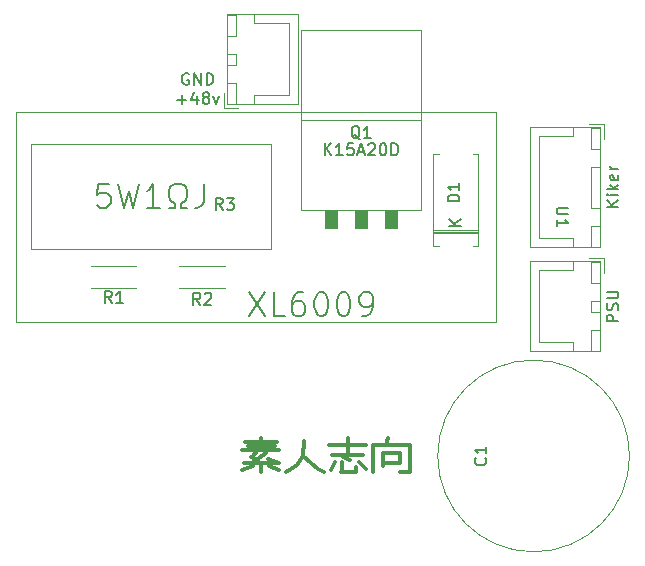
<source format=gbr>
%TF.GenerationSoftware,KiCad,Pcbnew,(6.0.5)*%
%TF.CreationDate,2023-02-27T23:38:10+09:00*%
%TF.ProjectId,Kiker_PSU,4b696b65-725f-4505-9355-2e6b69636164,rev?*%
%TF.SameCoordinates,Original*%
%TF.FileFunction,Legend,Top*%
%TF.FilePolarity,Positive*%
%FSLAX46Y46*%
G04 Gerber Fmt 4.6, Leading zero omitted, Abs format (unit mm)*
G04 Created by KiCad (PCBNEW (6.0.5)) date 2023-02-27 23:38:10*
%MOMM*%
%LPD*%
G01*
G04 APERTURE LIST*
%ADD10C,0.300000*%
%ADD11C,0.150000*%
%ADD12C,0.120000*%
G04 APERTURE END LIST*
D10*
X132414238Y-107977952D02*
X135152333Y-107977952D01*
X132652333Y-108335095D02*
X134914238Y-108335095D01*
X132176142Y-108692238D02*
X135271380Y-108692238D01*
X132295190Y-109763666D02*
X135033285Y-109763666D01*
X133723761Y-107620809D02*
X133723761Y-108692238D01*
X133723761Y-109763666D02*
X133723761Y-110477952D01*
X134199952Y-108930333D02*
X133009476Y-109763666D01*
X133485666Y-108692238D02*
X133009476Y-109287476D01*
X134319000Y-109406523D02*
X135271380Y-109763666D01*
X134438047Y-110001761D02*
X135271380Y-110358904D01*
X132890428Y-109287476D02*
X133485666Y-109525571D01*
X133128523Y-110001761D02*
X132176142Y-110358904D01*
X137414238Y-107858904D02*
X137295190Y-109168428D01*
X136819000Y-109882714D01*
X136342809Y-110239857D01*
X135866619Y-110477952D01*
X137295190Y-109168428D02*
X138009476Y-109763666D01*
X138604714Y-110239857D01*
X139080904Y-110477952D01*
X139557095Y-108216047D02*
X142652333Y-108216047D01*
X139795190Y-109049380D02*
X142414238Y-109049380D01*
X140509476Y-110477952D02*
X141819000Y-110477952D01*
X140628523Y-109644619D02*
X140628523Y-110477952D01*
X141104714Y-107620809D02*
X141104714Y-108930333D01*
X140747571Y-109287476D02*
X141342809Y-109525571D01*
X142057095Y-109644619D02*
X142652333Y-110239857D01*
X141819000Y-110120809D02*
X141819000Y-110477952D01*
X140033285Y-109644619D02*
X139676142Y-110358904D01*
X144080904Y-109763666D02*
X145509476Y-109763666D01*
X145509476Y-110477952D02*
X146342809Y-110477952D01*
X143247571Y-108216047D02*
X143247571Y-110477952D01*
X144080904Y-108930333D02*
X144080904Y-110001761D01*
X144080904Y-108930333D02*
X145509476Y-108930333D01*
X145509476Y-109763666D01*
X143247571Y-108216047D02*
X146342809Y-108216047D01*
X146342809Y-110477952D01*
X144557095Y-107620809D02*
X144319000Y-108216047D01*
D11*
X127635095Y-76800000D02*
X127539857Y-76752380D01*
X127397000Y-76752380D01*
X127254142Y-76800000D01*
X127158904Y-76895238D01*
X127111285Y-76990476D01*
X127063666Y-77180952D01*
X127063666Y-77323809D01*
X127111285Y-77514285D01*
X127158904Y-77609523D01*
X127254142Y-77704761D01*
X127397000Y-77752380D01*
X127492238Y-77752380D01*
X127635095Y-77704761D01*
X127682714Y-77657142D01*
X127682714Y-77323809D01*
X127492238Y-77323809D01*
X128111285Y-77752380D02*
X128111285Y-76752380D01*
X128682714Y-77752380D01*
X128682714Y-76752380D01*
X129158904Y-77752380D02*
X129158904Y-76752380D01*
X129397000Y-76752380D01*
X129539857Y-76800000D01*
X129635095Y-76895238D01*
X129682714Y-76990476D01*
X129730333Y-77180952D01*
X129730333Y-77323809D01*
X129682714Y-77514285D01*
X129635095Y-77609523D01*
X129539857Y-77704761D01*
X129397000Y-77752380D01*
X129158904Y-77752380D01*
X126682714Y-78981428D02*
X127444619Y-78981428D01*
X127063666Y-79362380D02*
X127063666Y-78600476D01*
X128349380Y-78695714D02*
X128349380Y-79362380D01*
X128111285Y-78314761D02*
X127873190Y-79029047D01*
X128492238Y-79029047D01*
X129016047Y-78790952D02*
X128920809Y-78743333D01*
X128873190Y-78695714D01*
X128825571Y-78600476D01*
X128825571Y-78552857D01*
X128873190Y-78457619D01*
X128920809Y-78410000D01*
X129016047Y-78362380D01*
X129206523Y-78362380D01*
X129301761Y-78410000D01*
X129349380Y-78457619D01*
X129397000Y-78552857D01*
X129397000Y-78600476D01*
X129349380Y-78695714D01*
X129301761Y-78743333D01*
X129206523Y-78790952D01*
X129016047Y-78790952D01*
X128920809Y-78838571D01*
X128873190Y-78886190D01*
X128825571Y-78981428D01*
X128825571Y-79171904D01*
X128873190Y-79267142D01*
X128920809Y-79314761D01*
X129016047Y-79362380D01*
X129206523Y-79362380D01*
X129301761Y-79314761D01*
X129349380Y-79267142D01*
X129397000Y-79171904D01*
X129397000Y-78981428D01*
X129349380Y-78886190D01*
X129301761Y-78838571D01*
X129206523Y-78790952D01*
X129730333Y-78695714D02*
X129968428Y-79362380D01*
X130206523Y-78695714D01*
%TO.C,D1*%
X150566380Y-87606095D02*
X149566380Y-87606095D01*
X149566380Y-87368000D01*
X149614000Y-87225142D01*
X149709238Y-87129904D01*
X149804476Y-87082285D01*
X149994952Y-87034666D01*
X150137809Y-87034666D01*
X150328285Y-87082285D01*
X150423523Y-87129904D01*
X150518761Y-87225142D01*
X150566380Y-87368000D01*
X150566380Y-87606095D01*
X150566380Y-86082285D02*
X150566380Y-86653714D01*
X150566380Y-86368000D02*
X149566380Y-86368000D01*
X149709238Y-86463238D01*
X149804476Y-86558476D01*
X149852095Y-86653714D01*
X150693380Y-89669904D02*
X149693380Y-89669904D01*
X150693380Y-89098476D02*
X150121952Y-89527047D01*
X149693380Y-89098476D02*
X150264809Y-89669904D01*
%TO.C,R3*%
X130516333Y-88336380D02*
X130183000Y-87860190D01*
X129944904Y-88336380D02*
X129944904Y-87336380D01*
X130325857Y-87336380D01*
X130421095Y-87384000D01*
X130468714Y-87431619D01*
X130516333Y-87526857D01*
X130516333Y-87669714D01*
X130468714Y-87764952D01*
X130421095Y-87812571D01*
X130325857Y-87860190D01*
X129944904Y-87860190D01*
X130849666Y-87336380D02*
X131468714Y-87336380D01*
X131135380Y-87717333D01*
X131278238Y-87717333D01*
X131373476Y-87764952D01*
X131421095Y-87812571D01*
X131468714Y-87907809D01*
X131468714Y-88145904D01*
X131421095Y-88241142D01*
X131373476Y-88288761D01*
X131278238Y-88336380D01*
X130992523Y-88336380D01*
X130897285Y-88288761D01*
X130849666Y-88241142D01*
X120936190Y-86122261D02*
X119983809Y-86122261D01*
X119888571Y-87074642D01*
X119983809Y-86979404D01*
X120174285Y-86884166D01*
X120650476Y-86884166D01*
X120840952Y-86979404D01*
X120936190Y-87074642D01*
X121031428Y-87265119D01*
X121031428Y-87741309D01*
X120936190Y-87931785D01*
X120840952Y-88027023D01*
X120650476Y-88122261D01*
X120174285Y-88122261D01*
X119983809Y-88027023D01*
X119888571Y-87931785D01*
X121698095Y-86122261D02*
X122174285Y-88122261D01*
X122555238Y-86693690D01*
X122936190Y-88122261D01*
X123412380Y-86122261D01*
X125221904Y-88122261D02*
X124079047Y-88122261D01*
X124650476Y-88122261D02*
X124650476Y-86122261D01*
X124460000Y-86407976D01*
X124269523Y-86598452D01*
X124079047Y-86693690D01*
X125983809Y-88122261D02*
X126460000Y-88122261D01*
X126460000Y-87741309D01*
X126269523Y-87646071D01*
X126079047Y-87455595D01*
X125983809Y-87169880D01*
X125983809Y-86693690D01*
X126079047Y-86407976D01*
X126269523Y-86217500D01*
X126555238Y-86122261D01*
X126936190Y-86122261D01*
X127221904Y-86217500D01*
X127412380Y-86407976D01*
X127507619Y-86693690D01*
X127507619Y-87169880D01*
X127412380Y-87455595D01*
X127221904Y-87646071D01*
X127031428Y-87741309D01*
X127031428Y-88122261D01*
X127507619Y-88122261D01*
X128936190Y-86122261D02*
X128936190Y-87550833D01*
X128840952Y-87836547D01*
X128650476Y-88027023D01*
X128364761Y-88122261D01*
X128174285Y-88122261D01*
%TO.C,U1*%
X159797619Y-88138095D02*
X158988095Y-88138095D01*
X158892857Y-88185714D01*
X158845238Y-88233333D01*
X158797619Y-88328571D01*
X158797619Y-88519047D01*
X158845238Y-88614285D01*
X158892857Y-88661904D01*
X158988095Y-88709523D01*
X159797619Y-88709523D01*
X158797619Y-89709523D02*
X158797619Y-89138095D01*
X158797619Y-89423809D02*
X159797619Y-89423809D01*
X159654761Y-89328571D01*
X159559523Y-89233333D01*
X159511904Y-89138095D01*
X132763285Y-95297761D02*
X134096619Y-97297761D01*
X134096619Y-95297761D02*
X132763285Y-97297761D01*
X135810904Y-97297761D02*
X134858523Y-97297761D01*
X134858523Y-95297761D01*
X137334714Y-95297761D02*
X136953761Y-95297761D01*
X136763285Y-95393000D01*
X136668047Y-95488238D01*
X136477571Y-95773952D01*
X136382333Y-96154904D01*
X136382333Y-96916809D01*
X136477571Y-97107285D01*
X136572809Y-97202523D01*
X136763285Y-97297761D01*
X137144238Y-97297761D01*
X137334714Y-97202523D01*
X137429952Y-97107285D01*
X137525190Y-96916809D01*
X137525190Y-96440619D01*
X137429952Y-96250142D01*
X137334714Y-96154904D01*
X137144238Y-96059666D01*
X136763285Y-96059666D01*
X136572809Y-96154904D01*
X136477571Y-96250142D01*
X136382333Y-96440619D01*
X138763285Y-95297761D02*
X138953761Y-95297761D01*
X139144238Y-95393000D01*
X139239476Y-95488238D01*
X139334714Y-95678714D01*
X139429952Y-96059666D01*
X139429952Y-96535857D01*
X139334714Y-96916809D01*
X139239476Y-97107285D01*
X139144238Y-97202523D01*
X138953761Y-97297761D01*
X138763285Y-97297761D01*
X138572809Y-97202523D01*
X138477571Y-97107285D01*
X138382333Y-96916809D01*
X138287095Y-96535857D01*
X138287095Y-96059666D01*
X138382333Y-95678714D01*
X138477571Y-95488238D01*
X138572809Y-95393000D01*
X138763285Y-95297761D01*
X140668047Y-95297761D02*
X140858523Y-95297761D01*
X141049000Y-95393000D01*
X141144238Y-95488238D01*
X141239476Y-95678714D01*
X141334714Y-96059666D01*
X141334714Y-96535857D01*
X141239476Y-96916809D01*
X141144238Y-97107285D01*
X141049000Y-97202523D01*
X140858523Y-97297761D01*
X140668047Y-97297761D01*
X140477571Y-97202523D01*
X140382333Y-97107285D01*
X140287095Y-96916809D01*
X140191857Y-96535857D01*
X140191857Y-96059666D01*
X140287095Y-95678714D01*
X140382333Y-95488238D01*
X140477571Y-95393000D01*
X140668047Y-95297761D01*
X142287095Y-97297761D02*
X142668047Y-97297761D01*
X142858523Y-97202523D01*
X142953761Y-97107285D01*
X143144238Y-96821571D01*
X143239476Y-96440619D01*
X143239476Y-95678714D01*
X143144238Y-95488238D01*
X143049000Y-95393000D01*
X142858523Y-95297761D01*
X142477571Y-95297761D01*
X142287095Y-95393000D01*
X142191857Y-95488238D01*
X142096619Y-95678714D01*
X142096619Y-96154904D01*
X142191857Y-96345380D01*
X142287095Y-96440619D01*
X142477571Y-96535857D01*
X142858523Y-96535857D01*
X143049000Y-96440619D01*
X143144238Y-96345380D01*
X143239476Y-96154904D01*
%TO.C,C1*%
X152757142Y-109319666D02*
X152804761Y-109367285D01*
X152852380Y-109510142D01*
X152852380Y-109605380D01*
X152804761Y-109748238D01*
X152709523Y-109843476D01*
X152614285Y-109891095D01*
X152423809Y-109938714D01*
X152280952Y-109938714D01*
X152090476Y-109891095D01*
X151995238Y-109843476D01*
X151900000Y-109748238D01*
X151852380Y-109605380D01*
X151852380Y-109510142D01*
X151900000Y-109367285D01*
X151947619Y-109319666D01*
X152852380Y-108367285D02*
X152852380Y-108938714D01*
X152852380Y-108653000D02*
X151852380Y-108653000D01*
X151995238Y-108748238D01*
X152090476Y-108843476D01*
X152138095Y-108938714D01*
%TO.C,Kiker*%
X164022380Y-88042857D02*
X163022380Y-88042857D01*
X164022380Y-87471428D02*
X163450952Y-87900000D01*
X163022380Y-87471428D02*
X163593809Y-88042857D01*
X164022380Y-87042857D02*
X163355714Y-87042857D01*
X163022380Y-87042857D02*
X163070000Y-87090476D01*
X163117619Y-87042857D01*
X163070000Y-86995238D01*
X163022380Y-87042857D01*
X163117619Y-87042857D01*
X164022380Y-86566666D02*
X163022380Y-86566666D01*
X163641428Y-86471428D02*
X164022380Y-86185714D01*
X163355714Y-86185714D02*
X163736666Y-86566666D01*
X163974761Y-85376190D02*
X164022380Y-85471428D01*
X164022380Y-85661904D01*
X163974761Y-85757142D01*
X163879523Y-85804761D01*
X163498571Y-85804761D01*
X163403333Y-85757142D01*
X163355714Y-85661904D01*
X163355714Y-85471428D01*
X163403333Y-85376190D01*
X163498571Y-85328571D01*
X163593809Y-85328571D01*
X163689047Y-85804761D01*
X164022380Y-84900000D02*
X163355714Y-84900000D01*
X163546190Y-84900000D02*
X163450952Y-84852380D01*
X163403333Y-84804761D01*
X163355714Y-84709523D01*
X163355714Y-84614285D01*
%TO.C,R1*%
X121123333Y-96210380D02*
X120790000Y-95734190D01*
X120551904Y-96210380D02*
X120551904Y-95210380D01*
X120932857Y-95210380D01*
X121028095Y-95258000D01*
X121075714Y-95305619D01*
X121123333Y-95400857D01*
X121123333Y-95543714D01*
X121075714Y-95638952D01*
X121028095Y-95686571D01*
X120932857Y-95734190D01*
X120551904Y-95734190D01*
X122075714Y-96210380D02*
X121504285Y-96210380D01*
X121790000Y-96210380D02*
X121790000Y-95210380D01*
X121694761Y-95353238D01*
X121599523Y-95448476D01*
X121504285Y-95496095D01*
%TO.C,R2*%
X128611333Y-96352380D02*
X128278000Y-95876190D01*
X128039904Y-96352380D02*
X128039904Y-95352380D01*
X128420857Y-95352380D01*
X128516095Y-95400000D01*
X128563714Y-95447619D01*
X128611333Y-95542857D01*
X128611333Y-95685714D01*
X128563714Y-95780952D01*
X128516095Y-95828571D01*
X128420857Y-95876190D01*
X128039904Y-95876190D01*
X128992285Y-95447619D02*
X129039904Y-95400000D01*
X129135142Y-95352380D01*
X129373238Y-95352380D01*
X129468476Y-95400000D01*
X129516095Y-95447619D01*
X129563714Y-95542857D01*
X129563714Y-95638095D01*
X129516095Y-95780952D01*
X128944666Y-96352380D01*
X129563714Y-96352380D01*
%TO.C,Q1*%
X142144761Y-82335619D02*
X142049523Y-82288000D01*
X141954285Y-82192761D01*
X141811428Y-82049904D01*
X141716190Y-82002285D01*
X141620952Y-82002285D01*
X141668571Y-82240380D02*
X141573333Y-82192761D01*
X141478095Y-82097523D01*
X141430476Y-81907047D01*
X141430476Y-81573714D01*
X141478095Y-81383238D01*
X141573333Y-81288000D01*
X141668571Y-81240380D01*
X141859047Y-81240380D01*
X141954285Y-81288000D01*
X142049523Y-81383238D01*
X142097142Y-81573714D01*
X142097142Y-81907047D01*
X142049523Y-82097523D01*
X141954285Y-82192761D01*
X141859047Y-82240380D01*
X141668571Y-82240380D01*
X143049523Y-82240380D02*
X142478095Y-82240380D01*
X142763809Y-82240380D02*
X142763809Y-81240380D01*
X142668571Y-81383238D01*
X142573333Y-81478476D01*
X142478095Y-81526095D01*
X139144761Y-83693380D02*
X139144761Y-82693380D01*
X139716190Y-83693380D02*
X139287619Y-83121952D01*
X139716190Y-82693380D02*
X139144761Y-83264809D01*
X140668571Y-83693380D02*
X140097142Y-83693380D01*
X140382857Y-83693380D02*
X140382857Y-82693380D01*
X140287619Y-82836238D01*
X140192380Y-82931476D01*
X140097142Y-82979095D01*
X141573333Y-82693380D02*
X141097142Y-82693380D01*
X141049523Y-83169571D01*
X141097142Y-83121952D01*
X141192380Y-83074333D01*
X141430476Y-83074333D01*
X141525714Y-83121952D01*
X141573333Y-83169571D01*
X141620952Y-83264809D01*
X141620952Y-83502904D01*
X141573333Y-83598142D01*
X141525714Y-83645761D01*
X141430476Y-83693380D01*
X141192380Y-83693380D01*
X141097142Y-83645761D01*
X141049523Y-83598142D01*
X142001904Y-83407666D02*
X142478095Y-83407666D01*
X141906666Y-83693380D02*
X142240000Y-82693380D01*
X142573333Y-83693380D01*
X142859047Y-82788619D02*
X142906666Y-82741000D01*
X143001904Y-82693380D01*
X143240000Y-82693380D01*
X143335238Y-82741000D01*
X143382857Y-82788619D01*
X143430476Y-82883857D01*
X143430476Y-82979095D01*
X143382857Y-83121952D01*
X142811428Y-83693380D01*
X143430476Y-83693380D01*
X144049523Y-82693380D02*
X144144761Y-82693380D01*
X144240000Y-82741000D01*
X144287619Y-82788619D01*
X144335238Y-82883857D01*
X144382857Y-83074333D01*
X144382857Y-83312428D01*
X144335238Y-83502904D01*
X144287619Y-83598142D01*
X144240000Y-83645761D01*
X144144761Y-83693380D01*
X144049523Y-83693380D01*
X143954285Y-83645761D01*
X143906666Y-83598142D01*
X143859047Y-83502904D01*
X143811428Y-83312428D01*
X143811428Y-83074333D01*
X143859047Y-82883857D01*
X143906666Y-82788619D01*
X143954285Y-82741000D01*
X144049523Y-82693380D01*
X144811428Y-83693380D02*
X144811428Y-82693380D01*
X145049523Y-82693380D01*
X145192380Y-82741000D01*
X145287619Y-82836238D01*
X145335238Y-82931476D01*
X145382857Y-83121952D01*
X145382857Y-83264809D01*
X145335238Y-83455285D01*
X145287619Y-83550523D01*
X145192380Y-83645761D01*
X145049523Y-83693380D01*
X144811428Y-83693380D01*
%TO.C,PSU*%
X164022380Y-97761904D02*
X163022380Y-97761904D01*
X163022380Y-97380952D01*
X163070000Y-97285714D01*
X163117619Y-97238095D01*
X163212857Y-97190476D01*
X163355714Y-97190476D01*
X163450952Y-97238095D01*
X163498571Y-97285714D01*
X163546190Y-97380952D01*
X163546190Y-97761904D01*
X163974761Y-96809523D02*
X164022380Y-96666666D01*
X164022380Y-96428571D01*
X163974761Y-96333333D01*
X163927142Y-96285714D01*
X163831904Y-96238095D01*
X163736666Y-96238095D01*
X163641428Y-96285714D01*
X163593809Y-96333333D01*
X163546190Y-96428571D01*
X163498571Y-96619047D01*
X163450952Y-96714285D01*
X163403333Y-96761904D01*
X163308095Y-96809523D01*
X163212857Y-96809523D01*
X163117619Y-96761904D01*
X163070000Y-96714285D01*
X163022380Y-96619047D01*
X163022380Y-96380952D01*
X163070000Y-96238095D01*
X163022380Y-95809523D02*
X163831904Y-95809523D01*
X163927142Y-95761904D01*
X163974761Y-95714285D01*
X164022380Y-95619047D01*
X164022380Y-95428571D01*
X163974761Y-95333333D01*
X163927142Y-95285714D01*
X163831904Y-95238095D01*
X163022380Y-95238095D01*
D12*
%TO.C,D1*%
X148321000Y-90283000D02*
X152161000Y-90283000D01*
X148321000Y-90163000D02*
X152161000Y-90163000D01*
X148321000Y-91423000D02*
X148321000Y-83583000D01*
X152161000Y-91423000D02*
X152161000Y-83583000D01*
X148321000Y-90043000D02*
X152161000Y-90043000D01*
X152161000Y-83583000D02*
X151681000Y-83583000D01*
X148321000Y-83583000D02*
X148801000Y-83583000D01*
X151681000Y-91423000D02*
X152161000Y-91423000D01*
X148801000Y-91423000D02*
X148321000Y-91423000D01*
%TO.C,R3*%
X114300000Y-82772500D02*
X114300000Y-91662500D01*
X134620000Y-82772500D02*
X134620000Y-91662500D01*
X114300000Y-91662500D02*
X134620000Y-91662500D01*
X134620000Y-82772500D02*
X114300000Y-82772500D01*
%TO.C,U1*%
X153670000Y-80010000D02*
X113030000Y-80010000D01*
X113030000Y-80010000D02*
X113030000Y-97790000D01*
X113030000Y-97790000D02*
X153670000Y-97790000D01*
X153670000Y-97790000D02*
X153670000Y-80010000D01*
%TO.C,C1*%
X164965000Y-109153000D02*
G75*
G03*
X164965000Y-109153000I-8120000J0D01*
G01*
%TO.C,Kiker*%
X161720000Y-83150000D02*
X162470000Y-83150000D01*
X161720000Y-89650000D02*
X161720000Y-91450000D01*
X161720000Y-88150000D02*
X162470000Y-88150000D01*
X162470000Y-83150000D02*
X162470000Y-81350000D01*
X156510000Y-81340000D02*
X156510000Y-91460000D01*
X160220000Y-81350000D02*
X160220000Y-82100000D01*
X157270000Y-90700000D02*
X157270000Y-86400000D01*
X157270000Y-82100000D02*
X157270000Y-86400000D01*
X162480000Y-91460000D02*
X162480000Y-81340000D01*
X162470000Y-81350000D02*
X161720000Y-81350000D01*
X161720000Y-91450000D02*
X162470000Y-91450000D01*
X162470000Y-84650000D02*
X161720000Y-84650000D01*
X161720000Y-84650000D02*
X161720000Y-88150000D01*
X162470000Y-89650000D02*
X161720000Y-89650000D01*
X162770000Y-82300000D02*
X162770000Y-81050000D01*
X160220000Y-82100000D02*
X157270000Y-82100000D01*
X162770000Y-81050000D02*
X161520000Y-81050000D01*
X156510000Y-91460000D02*
X162480000Y-91460000D01*
X161720000Y-81350000D02*
X161720000Y-83150000D01*
X162470000Y-88150000D02*
X162470000Y-84650000D01*
X160220000Y-90700000D02*
X157270000Y-90700000D01*
X162480000Y-81340000D02*
X156510000Y-81340000D01*
X162470000Y-91450000D02*
X162470000Y-89650000D01*
X160220000Y-91450000D02*
X160220000Y-90700000D01*
%TO.C,R1*%
X119370000Y-93060000D02*
X123210000Y-93060000D01*
X119370000Y-94900000D02*
X123210000Y-94900000D01*
%TO.C,R2*%
X130698000Y-93060000D02*
X126858000Y-93060000D01*
X130698000Y-94900000D02*
X126858000Y-94900000D01*
%TO.C,Q1*%
G36*
X145288000Y-89845000D02*
G01*
X144272000Y-89845000D01*
X144272000Y-88321000D01*
X145288000Y-88321000D01*
X145288000Y-89845000D01*
G37*
X145288000Y-89845000D02*
X144272000Y-89845000D01*
X144272000Y-88321000D01*
X145288000Y-88321000D01*
X145288000Y-89845000D01*
G36*
X140208000Y-89845000D02*
G01*
X139192000Y-89845000D01*
X139192000Y-88321000D01*
X140208000Y-88321000D01*
X140208000Y-89845000D01*
G37*
X140208000Y-89845000D02*
X139192000Y-89845000D01*
X139192000Y-88321000D01*
X140208000Y-88321000D01*
X140208000Y-89845000D01*
G36*
X142748000Y-89845000D02*
G01*
X141732000Y-89845000D01*
X141732000Y-88321000D01*
X142748000Y-88321000D01*
X142748000Y-89845000D01*
G37*
X142748000Y-89845000D02*
X141732000Y-89845000D01*
X141732000Y-88321000D01*
X142748000Y-88321000D01*
X142748000Y-89845000D01*
X147320000Y-73081000D02*
X147320000Y-88321000D01*
X137160000Y-73081000D02*
X147320000Y-73081000D01*
X137160000Y-80701000D02*
X147320000Y-80701000D01*
X137160000Y-88321000D02*
X137160000Y-73081000D01*
X147320000Y-88321000D02*
X137160000Y-88321000D01*
%TO.C,PSU*%
X162770000Y-92400000D02*
X161520000Y-92400000D01*
X162470000Y-97000000D02*
X162470000Y-96000000D01*
X162480000Y-100310000D02*
X162480000Y-92690000D01*
X161720000Y-100300000D02*
X162470000Y-100300000D01*
X161720000Y-96000000D02*
X161720000Y-97000000D01*
X161720000Y-97000000D02*
X162470000Y-97000000D01*
X161720000Y-98500000D02*
X161720000Y-100300000D01*
X161720000Y-92700000D02*
X161720000Y-94500000D01*
X160220000Y-92700000D02*
X160220000Y-93450000D01*
X160220000Y-93450000D02*
X157270000Y-93450000D01*
X160220000Y-99550000D02*
X157270000Y-99550000D01*
X162480000Y-92690000D02*
X156510000Y-92690000D01*
X162770000Y-93650000D02*
X162770000Y-92400000D01*
X162470000Y-96000000D02*
X161720000Y-96000000D01*
X161720000Y-94500000D02*
X162470000Y-94500000D01*
X162470000Y-92700000D02*
X161720000Y-92700000D01*
X156510000Y-92690000D02*
X156510000Y-100310000D01*
X160220000Y-100300000D02*
X160220000Y-99550000D01*
X162470000Y-94500000D02*
X162470000Y-92700000D01*
X162470000Y-100300000D02*
X162470000Y-98500000D01*
X157270000Y-99550000D02*
X157270000Y-96500000D01*
X162470000Y-98500000D02*
X161720000Y-98500000D01*
X157270000Y-93450000D02*
X157270000Y-96500000D01*
X156510000Y-100310000D02*
X162480000Y-100310000D01*
%TO.C,REF\u002A\u002A*%
X133150000Y-72535000D02*
X136100000Y-72535000D01*
X130600000Y-79685000D02*
X131850000Y-79685000D01*
X130890000Y-71775000D02*
X130890000Y-79395000D01*
X130900000Y-77585000D02*
X130900000Y-79385000D01*
X136100000Y-72535000D02*
X136100000Y-75585000D01*
X136860000Y-71775000D02*
X130890000Y-71775000D01*
X131650000Y-79385000D02*
X131650000Y-77585000D01*
X130600000Y-78435000D02*
X130600000Y-79685000D01*
X131650000Y-73585000D02*
X131650000Y-71785000D01*
X133150000Y-78635000D02*
X136100000Y-78635000D01*
X131650000Y-71785000D02*
X130900000Y-71785000D01*
X131650000Y-75085000D02*
X130900000Y-75085000D01*
X133150000Y-71785000D02*
X133150000Y-72535000D01*
X136100000Y-78635000D02*
X136100000Y-75585000D01*
X130900000Y-79385000D02*
X131650000Y-79385000D01*
X130890000Y-79395000D02*
X136860000Y-79395000D01*
X131650000Y-76085000D02*
X131650000Y-75085000D01*
X136860000Y-79395000D02*
X136860000Y-71775000D01*
X133150000Y-79385000D02*
X133150000Y-78635000D01*
X130900000Y-75085000D02*
X130900000Y-76085000D01*
X131650000Y-77585000D02*
X130900000Y-77585000D01*
X130900000Y-73585000D02*
X131650000Y-73585000D01*
X130900000Y-76085000D02*
X131650000Y-76085000D01*
X130900000Y-71785000D02*
X130900000Y-73585000D01*
%TD*%
M02*

</source>
